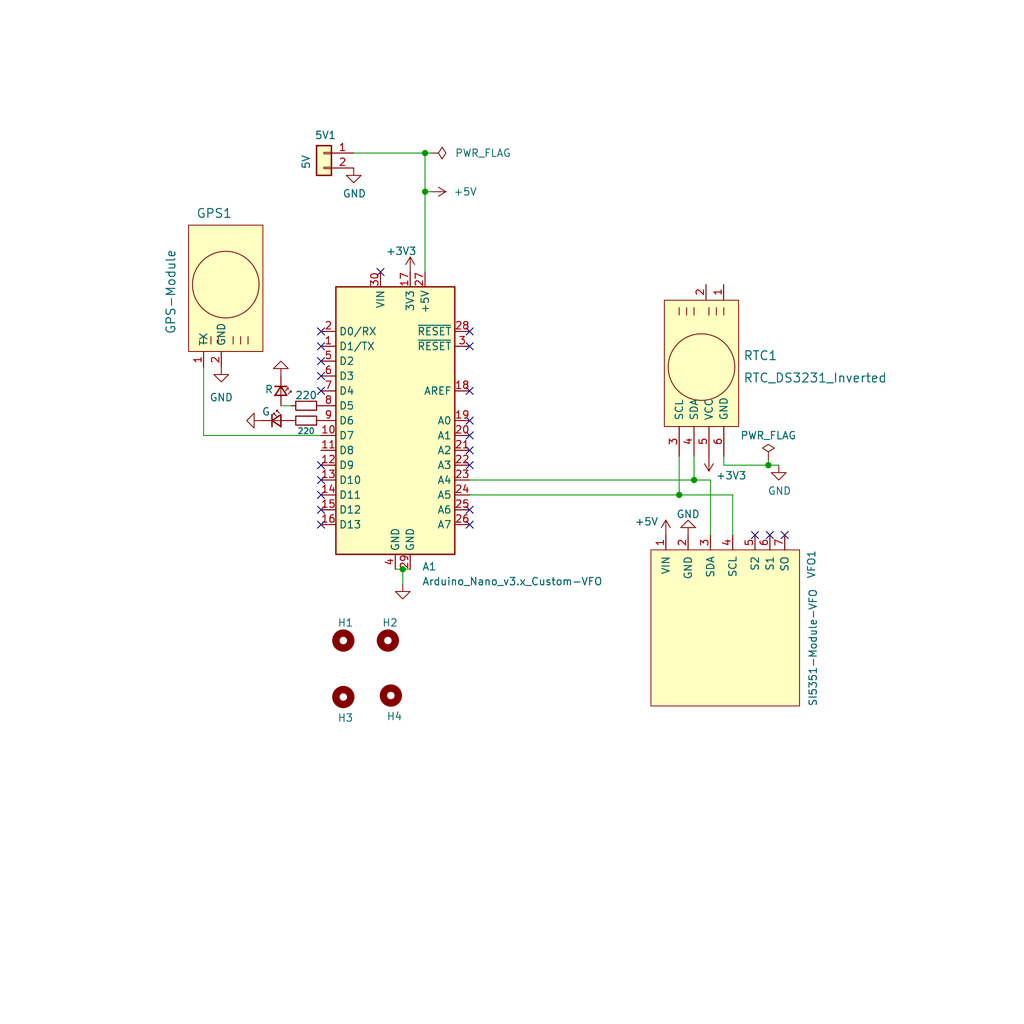
<source format=kicad_sch>
(kicad_sch (version 20211123) (generator eeschema)
  (paper "User" 175.006 175.006)
  (title_block (title "Easy-Digital-Beacons") (date "2022-03-14") (rev "V0.02") (company "Dhiru Kholia (VU3CER)"))
  (lib_symbols
    (symbol "Connector_Generic:Conn_01x02" (pin_names (offset 1.016) hide)
      (property "Reference" "J" (at 0 2.54 0))
      (property "Value" "Conn_01x02" (at 0 -5.08 0))
      (symbol "Conn_01x02_1_1"
        (rectangle (start -1.27 -2.413) (end 0 -2.667) (stroke (width 0.1524)))
        (rectangle (start -1.27 0.127) (end 0 -0.127) (stroke (width 0.1524)))
        (rectangle (start -1.27 1.27) (end 1.27 -3.81) (stroke (width 0.254)) (fill (type background)))
        (pin passive line (at -5.08 0 0) (length 3.81) (name "Pin_1") (number "1"))
        (pin passive line (at -5.08 -2.54 0) (length 3.81) (name "Pin_2") (number "2"))
      )
    )
    (symbol "Control-Board-rescue:Arduino_Nano_v3.x_Custom-VFO"
      (property "Reference" "A" (at -10.16 23.495 0))
      (property "Value" "Arduino_Nano_v3.x_Custom-VFO" (at 5.08 -24.13 0))
      (symbol "Arduino_Nano_v3.x_Custom-VFO_0_1"
        (rectangle (start -10.16 22.86) (end 10.16 -22.86) (stroke (width 0.254)) (fill (type background)))
      )
      (symbol "Arduino_Nano_v3.x_Custom-VFO_1_1"
        (pin bidirectional line (at -12.7 12.7 0) (length 2.54) (name "D1/TX") (number "1"))
        (pin bidirectional line (at -12.7 -2.54 0) (length 2.54) (name "D7") (number "10"))
        (pin bidirectional line (at -12.7 -5.08 0) (length 2.54) (name "D8") (number "11"))
        (pin bidirectional line (at -12.7 -7.62 0) (length 2.54) (name "D9") (number "12"))
        (pin bidirectional line (at -12.7 -10.16 0) (length 2.54) (name "D10") (number "13"))
        (pin bidirectional line (at -12.7 -12.7 0) (length 2.54) (name "D11") (number "14"))
        (pin bidirectional line (at -12.7 -15.24 0) (length 2.54) (name "D12") (number "15"))
        (pin bidirectional line (at -12.7 -17.78 0) (length 2.54) (name "D13") (number "16"))
        (pin power_out line (at 2.54 25.4 270) (length 2.54) (name "3V3") (number "17"))
        (pin input line (at 12.7 5.08 180) (length 2.54) (name "AREF") (number "18"))
        (pin bidirectional line (at 12.7 0 180) (length 2.54) (name "A0") (number "19"))
        (pin bidirectional line (at -12.7 15.24 0) (length 2.54) (name "D0/RX") (number "2"))
        (pin bidirectional line (at 12.7 -2.54 180) (length 2.54) (name "A1") (number "20"))
        (pin bidirectional line (at 12.7 -5.08 180) (length 2.54) (name "A2") (number "21"))
        (pin bidirectional line (at 12.7 -7.62 180) (length 2.54) (name "A3") (number "22"))
        (pin bidirectional line (at 12.7 -10.16 180) (length 2.54) (name "A4") (number "23"))
        (pin bidirectional line (at 12.7 -12.7 180) (length 2.54) (name "A5") (number "24"))
        (pin bidirectional line (at 12.7 -15.24 180) (length 2.54) (name "A6") (number "25"))
        (pin bidirectional line (at 12.7 -17.78 180) (length 2.54) (name "A7") (number "26"))
        (pin power_in line (at 5.08 25.4 270) (length 2.54) (name "+5V") (number "27"))
        (pin input line (at 12.7 15.24 180) (length 2.54) (name "~{RESET}") (number "28"))
        (pin power_in line (at 2.54 -25.4 90) (length 2.54) (name "GND") (number "29"))
        (pin input line (at 12.7 12.7 180) (length 2.54) (name "~{RESET}") (number "3"))
        (pin power_in line (at -2.54 25.4 270) (length 2.54) (name "VIN") (number "30"))
        (pin power_in line (at 0 -25.4 90) (length 2.54) (name "GND") (number "4"))
        (pin bidirectional line (at -12.7 10.16 0) (length 2.54) (name "D2") (number "5"))
        (pin bidirectional line (at -12.7 7.62 0) (length 2.54) (name "D3") (number "6"))
        (pin bidirectional line (at -12.7 5.08 0) (length 2.54) (name "D4") (number "7"))
        (pin bidirectional line (at -12.7 2.54 0) (length 2.54) (name "D5") (number "8"))
        (pin bidirectional line (at -12.7 0 0) (length 2.54) (name "D6") (number "9"))
      )
    )
    (symbol "Control-Board-rescue:SI5351Module_2-VFO-SDR_SSB-rescue-Hack-v1-rescue" (pin_names (offset 1.016))
      (property "Reference" "U" (at 0 0 0))
      (property "Value" "SI5351Module_2-VFO-SDR_SSB-rescue-Hack-v1-rescue" (at 0 0 0))
      (symbol "SI5351Module_2-VFO-SDR_SSB-rescue-Hack-v1-rescue_0_1"
        (rectangle (start -12.7 12.7) (end 13.97 -12.7) (fill (type background)))
      )
      (symbol "SI5351Module_2-VFO-SDR_SSB-rescue-Hack-v1-rescue_1_1"
        (pin input line (at -15.24 -10.16 0) (length 2.54) (name "VIN") (number "1"))
        (pin input line (at -15.24 -6.35 0) (length 2.54) (name "GND") (number "2"))
        (pin input line (at -15.24 -2.54 0) (length 2.54) (name "SDA") (number "3"))
        (pin input line (at -15.24 1.27 0) (length 2.54) (name "SCL") (number "4"))
        (pin output line (at -15.24 5.08 0) (length 2.54) (name "S2") (number "5"))
        (pin output line (at -15.24 7.62 0) (length 2.54) (name "S1") (number "6"))
        (pin output line (at -15.24 10.16 0) (length 2.54) (name "SO") (number "7"))
      )
    )
    (symbol "Device:LED_Small" (pin_numbers hide) (pin_names (offset 0.254) hide)
      (property "Reference" "D" (at -1.27 3.175 0))
      (property "Value" "LED_Small" (at -4.445 -2.54 0))
      (symbol "LED_Small_0_1"
        (polyline (pts (xy -0.762 -1.016) (xy -0.762 1.016)) (stroke (width 0.254)))
        (polyline (pts (xy 1.016 0) (xy -0.762 0)))
        (polyline (pts (xy 0.762 -1.016) (xy -0.762 0) (xy 0.762 1.016) (xy 0.762 -1.016)) (stroke (width 0.254)))
        (polyline (pts (xy 0 0.762) (xy -0.508 1.27) (xy -0.254 1.27) (xy -0.508 1.27) (xy -0.508 1.016)))
        (polyline (pts (xy 0.508 1.27) (xy 0 1.778) (xy 0.254 1.778) (xy 0 1.778) (xy 0 1.524)))
      )
      (symbol "LED_Small_1_1"
        (pin passive line (at -2.54 0 0) (length 1.778) (name "K") (number "1"))
        (pin passive line (at 2.54 0 180) (length 1.778) (name "A") (number "2"))
      )
    )
    (symbol "Device:R_Small" (pin_numbers hide) (pin_names (offset 0.254) hide)
      (property "Reference" "R" (at 0.762 0.508 0))
      (property "Value" "R_Small" (at 0.762 -1.016 0))
      (symbol "R_Small_0_1"
        (rectangle (start -0.762 1.778) (end 0.762 -1.778) (stroke (width 0.2032)))
      )
      (symbol "R_Small_1_1"
        (pin passive line (at 0 2.54 270) (length 0.762) (name "~") (number "1"))
        (pin passive line (at 0 -2.54 90) (length 0.762) (name "~") (number "2"))
      )
    )
    (symbol "GPS-Module:GPS-Module" (pin_names (offset 1.016))
      (property "Reference" "RTC1" (at -6.6548 -2.0828 0))
      (property "Value" "GPS-Module" (at 9.1694 -5.6134 0))
      (symbol "GPS-Module_0_1"
        (rectangle (start -11.43 7.62) (end 10.16 -5.08) (fill (type background)))
        (polyline (pts (xy -10.16 -2.54) (xy -8.89 -2.54)))
        (polyline (pts (xy -10.16 -1.27) (xy -8.89 -1.27)))
        (polyline (pts (xy -10.16 0) (xy -8.89 0)))
        (polyline (pts (xy -10.16 2.54) (xy -8.89 2.54)))
        (polyline (pts (xy -10.16 3.81) (xy -8.89 3.81)))
        (polyline (pts (xy -10.16 5.08) (xy -8.89 5.08)))
        (circle (center 0 1.27) (radius 5.6896))
      )
      (symbol "GPS-Module_1_1"
        (pin output line (at -14.097 5.0546 0) (length 2.54) (name "TX") (number "1"))
        (pin power_in line (at -14.097 2.032 0) (length 2.54) (name "GND") (number "2"))
      )
    )
    (symbol "Mechanical:MountingHole" (pin_names (offset 1.016))
      (property "Reference" "H" (at 0 5.08 0))
      (property "Value" "MountingHole" (at 0 3.175 0))
      (symbol "MountingHole_0_1"
        (circle (center 0 0) (radius 1.27) (stroke (width 1.27)))
      )
    )
    (symbol "power:+3.3V" (power) (pin_names (offset 0))
      (property "Value" "+3.3V" (at 0 3.556 0))
      (symbol "+3.3V_0_1"
        (polyline (pts (xy -0.762 1.27) (xy 0 2.54)))
        (polyline (pts (xy 0 0) (xy 0 2.54)))
        (polyline (pts (xy 0 2.54) (xy 0.762 1.27)))
      )
      (symbol "+3.3V_1_1"
        (pin power_in line (at 0 0 90) (length 0) hide (name "+3V3") (number "1"))
      )
    )
    (symbol "power:+5V" (power) (pin_names (offset 0))
      (property "Value" "+5V" (at 0 3.556 0))
      (symbol "+5V_0_1"
        (polyline (pts (xy -0.762 1.27) (xy 0 2.54)))
        (polyline (pts (xy 0 0) (xy 0 2.54)))
        (polyline (pts (xy 0 2.54) (xy 0.762 1.27)))
      )
      (symbol "+5V_1_1"
        (pin power_in line (at 0 0 90) (length 0) hide (name "+5V") (number "1"))
      )
    )
    (symbol "power:GND" (power) (pin_names (offset 0))
      (property "Value" "GND" (at 0 -3.81 0))
      (symbol "GND_0_1"
        (polyline (pts (xy 0 0) (xy 0 -1.27) (xy 1.27 -1.27) (xy 0 -2.54) (xy -1.27 -1.27) (xy 0 -1.27)))
      )
      (symbol "GND_1_1"
        (pin power_in line (at 0 0 270) (length 0) hide (name "GND") (number "1"))
      )
    )
    (symbol "power:PWR_FLAG" (power) (pin_numbers hide) (pin_names (offset 0) hide)
      (property "Value" "PWR_FLAG" (at 0 3.81 0))
      (symbol "PWR_FLAG_0_0"
        (pin power_out line (at 0 0 90) (length 0) (name "pwr") (number "1"))
      )
      (symbol "PWR_FLAG_0_1"
        (polyline (pts (xy 0 0) (xy 0 1.27) (xy -1.016 1.905) (xy 0 2.54) (xy 1.016 1.905) (xy 0 1.27)))
      )
    )
    (symbol "rtc_ds3231_inverted:RTC_DS3231_Inverted" (pin_names (offset 1.016))
      (property "Reference" "RTC1" (at -6.6548 -2.0828 0))
      (property "Value" "RTC_DS3231" (at 9.1694 -5.6134 0))
      (symbol "RTC_DS3231_Inverted_0_1"
        (rectangle (start -11.43 7.62) (end 10.16 -5.08) (fill (type background)))
        (polyline (pts (xy -10.16 -2.54) (xy -8.89 -2.54)))
        (polyline (pts (xy -10.16 -1.27) (xy -8.89 -1.27)))
        (polyline (pts (xy -10.16 0) (xy -8.89 0)))
        (polyline (pts (xy -10.16 2.54) (xy -8.89 2.54)))
        (polyline (pts (xy -10.16 3.81) (xy -8.89 3.81)))
        (polyline (pts (xy -10.16 5.08) (xy -8.89 5.08)))
        (circle (center 0 1.27) (radius 5.6896))
      )
      (symbol "RTC_DS3231_Inverted_1_1"
        (pin free line (at -14.097 5.0546 0) (length 2.54) (name "") (number "1"))
        (pin free line (at -14.097 2.032 0) (length 2.54) (name "") (number "2"))
        (pin input line (at 15.24 -2.54 180) (length 5.08) (name "SCL") (number "3"))
        (pin bidirectional line (at 15.24 0 180) (length 5.08) (name "SDA") (number "4"))
        (pin power_in line (at 15.24 2.54 180) (length 5.08) (name "VCC") (number "5"))
        (pin power_in line (at 15.24 5.08 180) (length 5.08) (name "GND") (number "6"))
      )
    )
  )
  (junction (at 131.318 79.502))
  (junction (at 116.078 84.582))
  (junction (at 72.644 26.162))
  (junction (at 68.834 97.282))
  (junction (at 72.644 32.766))
  (junction (at 118.618 82.042))
  (no_connect (at 80.264 71.882))
  (no_connect (at 54.864 66.802))
  (no_connect (at 131.572 91.44))
  (no_connect (at 54.864 87.122))
  (no_connect (at 65.024 46.482))
  (no_connect (at 54.864 79.502))
  (no_connect (at 80.264 56.642))
  (no_connect (at 54.864 56.642))
  (no_connect (at 54.864 59.182))
  (no_connect (at 54.864 89.662))
  (no_connect (at 80.264 59.182))
  (no_connect (at 54.864 61.722))
  (no_connect (at 80.264 76.962))
  (no_connect (at 54.864 84.582))
  (no_connect (at 80.264 89.662))
  (no_connect (at 80.264 79.502))
  (no_connect (at 54.864 64.262))
  (no_connect (at 80.264 66.802))
  (no_connect (at 80.264 74.422))
  (no_connect (at 134.112 91.44))
  (no_connect (at 129.032 91.44))
  (no_connect (at 80.264 87.122))
  (no_connect (at 54.864 82.042))
  (wire (pts (xy 118.618 82.042) (xy 121.412 82.042)))
  (wire (pts (xy 72.644 26.162) (xy 73.66 26.162)))
  (wire (pts (xy 118.618 77.978) (xy 118.618 82.042)))
  (wire (pts (xy 68.834 97.282) (xy 68.834 99.822)))
  (wire (pts (xy 80.264 82.042) (xy 118.618 82.042)))
  (wire (pts (xy 123.698 77.978) (xy 123.698 79.502)))
  (wire (pts (xy 131.318 78.486) (xy 131.318 79.502)))
  (wire (pts (xy 116.078 84.582) (xy 125.222 84.582)))
  (wire (pts (xy 34.798 74.422) (xy 54.864 74.422)))
  (wire (pts (xy 48.006 69.342) (xy 49.784 69.342)))
  (wire (pts (xy 68.834 97.282) (xy 70.104 97.282)))
  (wire (pts (xy 60.452 26.162) (xy 72.644 26.162)))
  (wire (pts (xy 80.264 84.582) (xy 116.078 84.582)))
  (wire (pts (xy 133.096 79.502) (xy 131.318 79.502)))
  (wire (pts (xy 67.564 97.282) (xy 68.834 97.282)))
  (wire (pts (xy 34.798 62.738) (xy 34.798 74.422)))
  (wire (pts (xy 131.318 79.502) (xy 123.698 79.502)))
  (wire (pts (xy 72.644 32.766) (xy 72.644 46.482)))
  (wire (pts (xy 72.644 32.766) (xy 73.66 32.766)))
  (wire (pts (xy 116.078 77.978) (xy 116.078 84.582)))
  (wire (pts (xy 121.412 82.042) (xy 121.412 91.44)))
  (wire (pts (xy 125.222 84.582) (xy 125.222 91.44)))
  (wire (pts (xy 72.644 26.162) (xy 72.644 32.766)))
  (symbol (lib_id "Control-Board-rescue:SI5351Module_2-VFO-SDR_SSB-rescue-Hack-v1-rescue") (at 123.952 106.68 270) (unit 1)
    (property "Reference" "VFO1" (at 138.684 93.98 0) (effects (justify left)))
    (property "Value" "SI5351-Module-VFO" (at 138.938 100.584 0) (effects (justify left)))
    (property "Footprint" "Connector_PinSocket_2.54mm:PinSocket_1x07_P2.54mm_Vertical" (effects hide))
  )
  (symbol (lib_id "power:GND") (at 117.602 91.44 180) (unit 1)
    (property "Reference" "#PWR0108" (effects hide))
    (property "Value" "GND" (at 117.602 87.884 0))
  )
  (symbol (lib_id "Connector_Generic:Conn_01x02") (at 55.372 26.162 0) (mirror y) (unit 1)
    (property "Reference" "5V1" (at 55.626 23.114 0))
    (property "Value" "5V" (at 52.324 27.686 90))
    (property "Footprint" "Connector_PinHeader_2.54mm:PinHeader_1x02_P2.54mm_Vertical" (effects hide))
  )
  (symbol (lib_id "power:GND") (at 60.452 28.702 0) (unit 1)
    (property "Reference" "#PWR0110" (effects hide))
    (property "Value" "GND" (at 60.579 33.0962 0))
  )
  (symbol (lib_id "power:GND") (at 68.834 99.822 0) (unit 1)
    (property "Reference" "#PWR0111" (effects hide))
    (property "Value" "GND" (effects hide))
  )
  (symbol (lib_id "power:+3.3V") (at 121.158 77.978 180) (unit 1)
    (property "Reference" "#PWR0103" (effects hide))
    (property "Value" "+3.3V" (at 124.968 81.28 0))
  )
  (symbol (lib_id "power:GND") (at 133.096 79.502 0) (unit 1)
    (property "Reference" "#PWR0104" (effects hide))
    (property "Value" "GND" (at 133.223 83.8962 0))
  )
  (symbol (lib_id "Mechanical:MountingHole") (at 58.674 109.474 0) (unit 1)
    (property "Reference" "H1" (at 57.658 106.426 0) (effects (justify left)))
    (property "Value" "MountingHole" (effects hide))
    (property "Footprint" "MountingHole:MountingHole_2.2mm_M2" (effects hide))
  )
  (symbol (lib_id "power:PWR_FLAG") (at 73.66 26.162 270) (unit 1)
    (property "Reference" "#FLG0101" (effects hide))
    (property "Value" "PWR_FLAG" (at 77.724 26.1619 90) (effects (justify left)))
  )
  (symbol (lib_id "Device:LED_Small") (at 47.244 71.882 0) (unit 1)
    (property "Reference" "D2" (effects hide))
    (property "Value" "G" (at 45.466 70.358 0))
  )
  (symbol (lib_id "power:+3.3V") (at 70.104 46.482 0) (unit 1)
    (property "Reference" "#PWR0101" (effects hide))
    (property "Value" "+3.3V" (at 68.58 42.926 0))
  )
  (symbol (lib_id "GPS-Module:GPS-Module") (at 39.8526 48.641 90) (unit 1)
    (property "Reference" "GPS1" (at 33.5026 36.449 90) (effects (font (size 1.524 1.524)) (justify right)))
    (property "Value" "GPS-Module" (at 29.1846 42.545 0) (effects (font (size 1.524 1.524)) (justify right)))
    (property "Footprint" "Connector_PinSocket_2.54mm:PinSocket_1x06_P2.54mm_Horizontal" (effects hide))
  )
  (symbol (lib_id "power:PWR_FLAG") (at 131.318 78.486 0) (unit 1)
    (property "Reference" "#FLG0102" (effects hide))
    (property "Value" "PWR_FLAG" (at 131.318 74.422 0))
  )
  (symbol (lib_id "power:GND") (at 37.8206 62.738 0) (unit 1)
    (property "Reference" "#PWR02" (effects hide))
    (property "Value" "GND" (at 37.8206 67.9196 0))
  )
  (symbol (lib_id "Mechanical:MountingHole") (at 66.802 118.872 0) (unit 1)
    (property "Reference" "H4" (at 66.04 122.428 0) (effects (justify left)))
    (property "Value" "MountingHole" (effects hide))
    (property "Footprint" "MountingHole:MountingHole_2.2mm_M2" (effects hide))
  )
  (symbol (lib_id "power:GND") (at 44.704 71.882 270) (unit 1)
    (property "Reference" "#PWR04" (effects hide))
    (property "Value" "GND" (effects hide))
  )
  (symbol (lib_id "power:+5V") (at 113.792 91.44 0) (unit 1)
    (property "Reference" "#PWR01" (effects hide))
    (property "Value" "+5V" (at 110.49 89.154 0))
  )
  (symbol (lib_id "Device:R_Small") (at 52.324 71.882 90) (unit 1)
    (property "Reference" "R2" (effects hide))
    (property "Value" "220" (at 52.324 73.66 90) (effects (font (size 1 1))))
  )
  (symbol (lib_id "power:GND") (at 48.006 64.262 180) (unit 1)
    (property "Reference" "#PWR03" (effects hide))
    (property "Value" "GND" (effects hide))
  )
  (symbol (lib_id "Device:R_Small") (at 52.324 69.342 90) (unit 1)
    (property "Reference" "R1" (effects hide))
    (property "Value" "220" (at 52.324 67.564 90))
  )
  (symbol (lib_id "Device:LED_Small") (at 48.006 66.802 270) (unit 1)
    (property "Reference" "D1" (effects hide))
    (property "Value" "R" (at 45.974 66.548 90))
  )
  (symbol (lib_id "rtc_ds3231_inverted:RTC_DS3231_Inverted") (at 118.618 62.738 270) (unit 1)
    (property "Reference" "RTC1" (at 127 60.7695 90) (effects (font (size 1.524 1.524)) (justify left)))
    (property "Value" "RTC_DS3231_Inverted" (at 127 64.5795 90) (effects (font (size 1.524 1.524)) (justify left)))
    (property "Footprint" "Connector_PinSocket_2.54mm:PinSocket_1x06_P2.54mm_Horizontal" (effects hide))
  )
  (symbol (lib_id "Mechanical:MountingHole") (at 66.294 109.474 0) (unit 1)
    (property "Reference" "H2" (at 65.278 106.426 0) (effects (justify left)))
    (property "Value" "MountingHole" (effects hide))
    (property "Footprint" "MountingHole:MountingHole_2.2mm_M2" (effects hide))
  )
  (symbol (lib_id "Mechanical:MountingHole") (at 58.674 119.126 0) (unit 1)
    (property "Reference" "H3" (at 57.658 122.682 0) (effects (justify left)))
    (property "Value" "MountingHole" (effects hide))
    (property "Footprint" "MountingHole:MountingHole_2.2mm_M2" (effects hide))
  )
  (symbol (lib_id "Control-Board-rescue:Arduino_Nano_v3.x_Custom-VFO") (at 67.564 71.882 0) (unit 1)
    (property "Reference" "A1" (at 72.1234 96.8248 0) (effects (justify left)))
    (property "Value" "Arduino_Nano_v3.x_Custom-VFO" (at 72.1234 99.3648 0) (effects (justify left)))
    (property "Footprint" "Module:Arduino_Nano" (effects hide))
  )
  (symbol (lib_id "power:+5V") (at 73.66 32.766 270) (unit 1)
    (property "Reference" "#PWR0107" (effects hide))
    (property "Value" "+5V" (at 77.47 32.7659 90) (effects (justify left)))
  )
)
</source>
